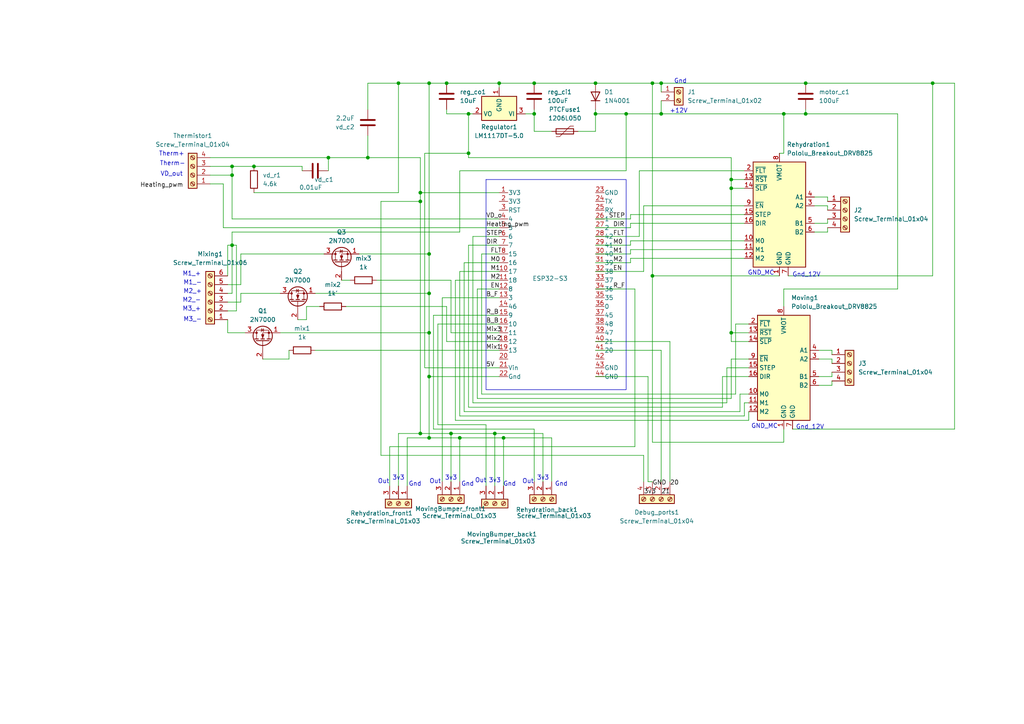
<source format=kicad_sch>
(kicad_sch (version 20250114) (generator "eeschema") (generator_version "9.0")
  (paper "A4")
  (lib_symbols
    (symbol "Connector:Screw_Terminal_01x02" (pin_names (offset 1.016) (hide yes))
      (property "Reference" "J" (at 0 2.54 0))
      (property "Value" "Screw_Terminal_01x02" (at 0 -5.08 0))
      (symbol "Screw_Terminal_01x02_1_1"
        (rectangle (start -1.27 1.27) (end 1.27 -3.81) (stroke (width 0.254)) (fill (type background)))
        (polyline (pts (xy -0.5334 0.3302) (xy 0.3302 -0.508)) (stroke (width 0.1524)))
        (polyline (pts (xy -0.5334 -2.2098) (xy 0.3302 -3.048)) (stroke (width 0.1524)))
        (polyline (pts (xy -0.3556 0.508) (xy 0.508 -0.3302)) (stroke (width 0.1524)))
        (polyline (pts (xy -0.3556 -2.032) (xy 0.508 -2.8702)) (stroke (width 0.1524)))
        (circle (center 0 0) (radius 0.635) (stroke (width 0.1524)))
        (circle (center 0 -2.54) (radius 0.635) (stroke (width 0.1524)))
        (pin passive line (at -5.08 0 0) (length 3.81) (name "Pin_1") (number "1"))
        (pin passive line (at -5.08 -2.54 0) (length 3.81) (name "Pin_2") (number "2"))
      )
    )
    (symbol "Connector:Screw_Terminal_01x03" (pin_names (offset 1.016) (hide yes))
      (property "Reference" "J" (at 0 5.08 0))
      (property "Value" "Screw_Terminal_01x03" (at 0 -5.08 0))
      (symbol "Screw_Terminal_01x03_1_1"
        (rectangle (start -1.27 3.81) (end 1.27 -3.81) (stroke (width 0.254)) (fill (type background)))
        (polyline (pts (xy -0.5334 2.8702) (xy 0.3302 2.032)) (stroke (width 0.1524)))
        (polyline (pts (xy -0.5334 0.3302) (xy 0.3302 -0.508)) (stroke (width 0.1524)))
        (polyline (pts (xy -0.5334 -2.2098) (xy 0.3302 -3.048)) (stroke (width 0.1524)))
        (polyline (pts (xy -0.3556 3.048) (xy 0.508 2.2098)) (stroke (width 0.1524)))
        (polyline (pts (xy -0.3556 0.508) (xy 0.508 -0.3302)) (stroke (width 0.1524)))
        (polyline (pts (xy -0.3556 -2.032) (xy 0.508 -2.8702)) (stroke (width 0.1524)))
        (circle (center 0 2.54) (radius 0.635) (stroke (width 0.1524)))
        (circle (center 0 0) (radius 0.635) (stroke (width 0.1524)))
        (circle (center 0 -2.54) (radius 0.635) (stroke (width 0.1524)))
        (pin passive line (at -5.08 2.54 0) (length 3.81) (name "Pin_1") (number "1"))
        (pin passive line (at -5.08 0 0) (length 3.81) (name "Pin_2") (number "2"))
        (pin passive line (at -5.08 -2.54 0) (length 3.81) (name "Pin_3") (number "3"))
      )
    )
    (symbol "Connector:Screw_Terminal_01x04" (pin_names (offset 1.016) (hide yes))
      (property "Reference" "J" (at 0 5.08 0))
      (property "Value" "Screw_Terminal_01x04" (at 0 -7.62 0))
      (symbol "Screw_Terminal_01x04_1_1"
        (rectangle (start -1.27 3.81) (end 1.27 -6.35) (stroke (width 0.254)) (fill (type background)))
        (polyline (pts (xy -0.5334 2.8702) (xy 0.3302 2.032)) (stroke (width 0.1524)))
        (polyline (pts (xy -0.5334 0.3302) (xy 0.3302 -0.508)) (stroke (width 0.1524)))
        (polyline (pts (xy -0.5334 -2.2098) (xy 0.3302 -3.048)) (stroke (width 0.1524)))
        (polyline (pts (xy -0.5334 -4.7498) (xy 0.3302 -5.588)) (stroke (width 0.1524)))
        (polyline (pts (xy -0.3556 3.048) (xy 0.508 2.2098)) (stroke (width 0.1524)))
        (polyline (pts (xy -0.3556 0.508) (xy 0.508 -0.3302)) (stroke (width 0.1524)))
        (polyline (pts (xy -0.3556 -2.032) (xy 0.508 -2.8702)) (stroke (width 0.1524)))
        (polyline (pts (xy -0.3556 -4.572) (xy 0.508 -5.4102)) (stroke (width 0.1524)))
        (circle (center 0 2.54) (radius 0.635) (stroke (width 0.1524)))
        (circle (center 0 0) (radius 0.635) (stroke (width 0.1524)))
        (circle (center 0 -2.54) (radius 0.635) (stroke (width 0.1524)))
        (circle (center 0 -5.08) (radius 0.635) (stroke (width 0.1524)))
        (pin passive line (at -5.08 2.54 0) (length 3.81) (name "Pin_1") (number "1"))
        (pin passive line (at -5.08 0 0) (length 3.81) (name "Pin_2") (number "2"))
        (pin passive line (at -5.08 -2.54 0) (length 3.81) (name "Pin_3") (number "3"))
        (pin passive line (at -5.08 -5.08 0) (length 3.81) (name "Pin_4") (number "4"))
      )
    )
    (symbol "Connector:Screw_Terminal_01x06" (pin_names (offset 1.016) (hide yes))
      (property "Reference" "J" (at 0 7.62 0))
      (property "Value" "Screw_Terminal_01x06" (at 0 -10.16 0))
      (symbol "Screw_Terminal_01x06_1_1"
        (rectangle (start -1.27 6.35) (end 1.27 -8.89) (stroke (width 0.254)) (fill (type background)))
        (polyline (pts (xy -0.5334 5.4102) (xy 0.3302 4.572)) (stroke (width 0.1524)))
        (polyline (pts (xy -0.5334 2.8702) (xy 0.3302 2.032)) (stroke (width 0.1524)))
        (polyline (pts (xy -0.5334 0.3302) (xy 0.3302 -0.508)) (stroke (width 0.1524)))
        (polyline (pts (xy -0.5334 -2.2098) (xy 0.3302 -3.048)) (stroke (width 0.1524)))
        (polyline (pts (xy -0.5334 -4.7498) (xy 0.3302 -5.588)) (stroke (width 0.1524)))
        (polyline (pts (xy -0.5334 -7.2898) (xy 0.3302 -8.128)) (stroke (width 0.1524)))
        (polyline (pts (xy -0.3556 5.588) (xy 0.508 4.7498)) (stroke (width 0.1524)))
        (polyline (pts (xy -0.3556 3.048) (xy 0.508 2.2098)) (stroke (width 0.1524)))
        (polyline (pts (xy -0.3556 0.508) (xy 0.508 -0.3302)) (stroke (width 0.1524)))
        (polyline (pts (xy -0.3556 -2.032) (xy 0.508 -2.8702)) (stroke (width 0.1524)))
        (polyline (pts (xy -0.3556 -4.572) (xy 0.508 -5.4102)) (stroke (width 0.1524)))
        (polyline (pts (xy -0.3556 -7.112) (xy 0.508 -7.9502)) (stroke (width 0.1524)))
        (circle (center 0 5.08) (radius 0.635) (stroke (width 0.1524)))
        (circle (center 0 2.54) (radius 0.635) (stroke (width 0.1524)))
        (circle (center 0 0) (radius 0.635) (stroke (width 0.1524)))
        (circle (center 0 -2.54) (radius 0.635) (stroke (width 0.1524)))
        (circle (center 0 -5.08) (radius 0.635) (stroke (width 0.1524)))
        (circle (center 0 -7.62) (radius 0.635) (stroke (width 0.1524)))
        (pin passive line (at -5.08 5.08 0) (length 3.81) (name "Pin_1") (number "1"))
        (pin passive line (at -5.08 2.54 0) (length 3.81) (name "Pin_2") (number "2"))
        (pin passive line (at -5.08 0 0) (length 3.81) (name "Pin_3") (number "3"))
        (pin passive line (at -5.08 -2.54 0) (length 3.81) (name "Pin_4") (number "4"))
        (pin passive line (at -5.08 -5.08 0) (length 3.81) (name "Pin_5") (number "5"))
        (pin passive line (at -5.08 -7.62 0) (length 3.81) (name "Pin_6") (number "6"))
      )
    )
    (symbol "Device:C" (pin_numbers (hide yes)) (pin_names (offset 0.254))
      (property "Reference" "C" (at 0.635 2.54 0))
      (property "Value" "C" (at 0.635 -2.54 0))
      (symbol "C_0_1"
        (polyline (pts (xy -2.032 0.762) (xy 2.032 0.762)) (stroke (width 0.508)))
        (polyline (pts (xy -2.032 -0.762) (xy 2.032 -0.762)) (stroke (width 0.508)))
      )
      (symbol "C_1_1"
        (pin passive line (at 0 3.81 270) (length 2.794) (name "~") (number "1"))
        (pin passive line (at 0 -3.81 90) (length 2.794) (name "~") (number "2"))
      )
    )
    (symbol "Device:Polyfuse" (pin_numbers (hide yes)) (pin_names (offset 0))
      (property "Reference" "F" (at -2.54 0 90))
      (property "Value" "Polyfuse" (at 2.54 0 90))
      (symbol "Polyfuse_0_1"
        (polyline (pts (xy -1.524 2.54) (xy -1.524 1.524) (xy 1.524 -1.524) (xy 1.524 -2.54)))
        (rectangle (start -0.762 2.54) (end 0.762 -2.54) (stroke (width 0.254)))
        (polyline (pts (xy 0 2.54) (xy 0 -2.54)))
      )
      (symbol "Polyfuse_1_1"
        (pin passive line (at 0 3.81 270) (length 1.27) (name "~") (number "1"))
        (pin passive line (at 0 -3.81 90) (length 1.27) (name "~") (number "2"))
      )
    )
    (symbol "Device:R" (pin_numbers (hide yes)) (pin_names (offset 0))
      (property "Reference" "R" (at 2.032 0 90))
      (property "Value" "R" (at 0 0 90))
      (symbol "R_0_1"
        (rectangle (start -1.016 -2.54) (end 1.016 2.54) (stroke (width 0.254)))
      )
      (symbol "R_1_1"
        (pin passive line (at 0 3.81 270) (length 1.27) (name "~") (number "1"))
        (pin passive line (at 0 -3.81 90) (length 1.27) (name "~") (number "2"))
      )
    )
    (symbol "Diode:1N4001" (pin_numbers (hide yes)) (pin_names (hide yes))
      (property "Reference" "D" (at 0 2.54 0))
      (property "Value" "1N4001" (at 0 -2.54 0))
      (symbol "1N4001_0_1"
        (polyline (pts (xy -1.27 1.27) (xy -1.27 -1.27)) (stroke (width 0.254)))
        (polyline (pts (xy 1.27 1.27) (xy 1.27 -1.27) (xy -1.27 0) (xy 1.27 1.27)) (stroke (width 0.254)))
        (polyline (pts (xy 1.27 0) (xy -1.27 0)))
      )
      (symbol "1N4001_1_1"
        (pin passive line (at -3.81 0 0) (length 2.54) (name "K") (number "1"))
        (pin passive line (at 3.81 0 180) (length 2.54) (name "A") (number "2"))
      )
    )
    (symbol "Driver_Motor:Pololu_Breakout_DRV8825"
      (property "Reference" "A" (at -2.54 16.51 0))
      (property "Value" "Pololu_Breakout_DRV8825" (at -2.54 13.97 0))
      (symbol "Pololu_Breakout_DRV8825_0_1"
        (rectangle (start 7.62 -17.78) (end -7.62 12.7) (stroke (width 0.254)) (fill (type background)))
      )
      (symbol "Pololu_Breakout_DRV8825_1_1"
        (pin output line (at -10.16 10.16 0) (length 2.54) (name "~{FLT}") (number "2"))
        (pin input line (at -10.16 7.62 0) (length 2.54) (name "~{RST}") (number "13"))
        (pin input line (at -10.16 5.08 0) (length 2.54) (name "~{SLP}") (number "14"))
        (pin input line (at -10.16 0 0) (length 2.54) (name "~{EN}") (number "9"))
        (pin input line (at -10.16 -2.54 0) (length 2.54) (name "STEP") (number "15"))
        (pin input line (at -10.16 -5.08 0) (length 2.54) (name "DIR") (number "16"))
        (pin input line (at -10.16 -10.16 0) (length 2.54) (name "M0") (number "10"))
        (pin input line (at -10.16 -12.7 0) (length 2.54) (name "M1") (number "11"))
        (pin input line (at -10.16 -15.24 0) (length 2.54) (name "M2") (number "12"))
        (pin power_in line (at 0 15.24 270) (length 2.54) (name "VMOT") (number "8"))
        (pin power_in line (at 0 -20.32 90) (length 2.54) (name "GND") (number "1"))
        (pin power_in line (at 2.54 -20.32 90) (length 2.54) (name "GND") (number "7"))
        (pin output line (at 10.16 2.54 180) (length 2.54) (name "A1") (number "4"))
        (pin output line (at 10.16 0 180) (length 2.54) (name "A2") (number "3"))
        (pin output line (at 10.16 -5.08 180) (length 2.54) (name "B1") (number "5"))
        (pin output line (at 10.16 -7.62 180) (length 2.54) (name "B2") (number "6"))
      )
    )
    (symbol "Regulator_Linear:LM1117DT-5.0"
      (property "Reference" "U" (at -3.81 3.175 0))
      (property "Value" "LM1117DT-5.0" (at 0 3.175 0))
      (symbol "LM1117DT-5.0_0_1"
        (rectangle (start -5.08 -5.08) (end 5.08 1.905) (stroke (width 0.254)) (fill (type background)))
      )
      (symbol "LM1117DT-5.0_1_1"
        (pin power_in line (at -7.62 0 0) (length 2.54) (name "VI") (number "3"))
        (pin power_in line (at 0 -7.62 90) (length 2.54) (name "GND") (number "1"))
        (pin power_out line (at 7.62 0 180) (length 2.54) (name "VO") (number "2"))
      )
    )
    (symbol "Transistor_FET:2N7000" (pin_names (hide yes))
      (property "Reference" "Q" (at 5.08 1.905 0))
      (property "Value" "2N7000" (at 5.08 0 0))
      (symbol "2N7000_0_1"
        (polyline (pts (xy 0.254 1.905) (xy 0.254 -1.905)) (stroke (width 0.254)))
        (polyline (pts (xy 0.254 0) (xy -2.54 0)))
        (polyline (pts (xy 0.762 2.286) (xy 0.762 1.27)) (stroke (width 0.254)))
        (polyline (pts (xy 0.762 0.508) (xy 0.762 -0.508)) (stroke (width 0.254)))
        (polyline (pts (xy 0.762 -1.27) (xy 0.762 -2.286)) (stroke (width 0.254)))
        (polyline (pts (xy 0.762 -1.778) (xy 3.302 -1.778) (xy 3.302 1.778) (xy 0.762 1.778)))
        (polyline (pts (xy 1.016 0) (xy 2.032 0.381) (xy 2.032 -0.381) (xy 1.016 0)) (fill (type outline)))
        (circle (center 1.651 0) (radius 2.794) (stroke (width 0.254)))
        (polyline (pts (xy 2.54 2.54) (xy 2.54 1.778)))
        (circle (center 2.54 1.778) (radius 0.254) (fill (type outline)))
        (circle (center 2.54 -1.778) (radius 0.254) (fill (type outline)))
        (polyline (pts (xy 2.54 -2.54) (xy 2.54 0) (xy 0.762 0)))
        (polyline (pts (xy 2.794 0.508) (xy 2.921 0.381) (xy 3.683 0.381) (xy 3.81 0.254)))
        (polyline (pts (xy 3.302 0.381) (xy 2.921 -0.254) (xy 3.683 -0.254) (xy 3.302 0.381)))
      )
      (symbol "2N7000_1_1"
        (pin input line (at -5.08 0 0) (length 2.54) (name "G") (number "2"))
        (pin passive line (at 2.54 5.08 270) (length 2.54) (name "D") (number "3"))
        (pin passive line (at 2.54 -5.08 90) (length 2.54) (name "S") (number "1"))
      )
    )
    (symbol "symbol_libraru:ESP32-S3_DevKitC_dual_header" (pin_names (offset 0.0645))
      (property "Reference" "U" (at 0 0 0))
      (symbol "ESP32-S3_DevKitC_dual_header_1_0"
        (pin bidirectional line (at 0 -5.08 0) (length 2.54) (name "RST") (number "3"))
        (pin bidirectional line (at 0 -7.62 0) (length 2.54) (name "4") (number "4"))
        (pin bidirectional line (at 0 -10.16 0) (length 2.54) (name "5") (number "5"))
        (pin bidirectional line (at 0 -12.7 0) (length 2.54) (name "6") (number "6"))
        (pin bidirectional line (at 0 -15.24 0) (length 2.54) (name "7") (number "7"))
        (pin bidirectional line (at 0 -17.78 0) (length 2.54) (name "15") (number "8"))
        (pin bidirectional line (at 0 -20.32 0) (length 2.54) (name "16") (number "9"))
        (pin bidirectional line (at 0 -22.86 0) (length 2.54) (name "17") (number "10"))
        (pin bidirectional line (at 0 -25.4 0) (length 2.54) (name "18") (number "11"))
        (pin bidirectional line (at 0 -27.94 0) (length 2.54) (name "8") (number "12"))
        (pin bidirectional line (at 0 -30.48 0) (length 2.54) (name "3") (number "13"))
        (pin bidirectional line (at 0 -33.02 0) (length 2.54) (name "46") (number "14"))
        (pin bidirectional line (at 0 -35.56 0) (length 2.54) (name "9") (number "15"))
        (pin bidirectional line (at 0 -38.1 0) (length 2.54) (name "10") (number "16"))
        (pin bidirectional line (at 0 -40.64 0) (length 2.54) (name "11") (number "17"))
        (pin bidirectional line (at 0 -43.18 0) (length 2.54) (name "12") (number "18"))
        (pin bidirectional line (at 0 -45.72 0) (length 2.54) (name "13") (number "19"))
        (pin bidirectional line (at 0 -48.26 0) (length 2.54) (name "") (number "20"))
        (pin bidirectional line (at 0 -50.8 0) (length 2.54) (name "Vin") (number "21"))
        (pin bidirectional line (at 0 -53.34 0) (length 2.54) (name "Gnd") (number "22"))
        (pin bidirectional line (at 27.94 0 0) (length 2.54) (name "GND") (number "23"))
        (pin bidirectional line (at 27.94 -2.54 0) (length 2.54) (name "TX") (number "24"))
        (pin bidirectional line (at 27.94 -5.08 0) (length 2.54) (name "RX") (number "25"))
        (pin bidirectional line (at 27.94 -7.62 0) (length 2.54) (name "1") (number "26"))
        (pin bidirectional line (at 27.94 -10.16 0) (length 2.54) (name "2") (number "27"))
        (pin bidirectional line (at 27.94 -12.7 0) (length 2.54) (name "42") (number "28"))
        (pin bidirectional line (at 27.94 -15.24 0) (length 2.54) (name "41") (number "29"))
        (pin bidirectional line (at 27.94 -17.78 0) (length 2.54) (name "40") (number "30"))
        (pin bidirectional line (at 27.94 -20.32 0) (length 2.54) (name "39") (number "31"))
        (pin bidirectional line (at 27.94 -22.86 0) (length 2.54) (name "38") (number "32"))
        (pin bidirectional line (at 27.94 -25.4 0) (length 2.54) (name "37") (number "33"))
        (pin bidirectional line (at 27.94 -27.94 0) (length 2.54) (name "36") (number "34"))
        (pin bidirectional line (at 27.94 -30.48 0) (length 2.54) (name "35") (number "35"))
        (pin bidirectional line (at 27.94 -33.02 0) (length 2.54) (name "0") (number "36"))
        (pin bidirectional line (at 27.94 -35.56 0) (length 2.54) (name "45") (number "37"))
        (pin bidirectional line (at 27.94 -38.1 0) (length 2.54) (name "48") (number "38"))
        (pin bidirectional line (at 27.94 -40.64 0) (length 2.54) (name "47") (number "39"))
        (pin bidirectional line (at 27.94 -43.18 0) (length 2.54) (name "21") (number "40"))
        (pin bidirectional line (at 27.94 -45.72 0) (length 2.54) (name "20") (number "41"))
        (pin bidirectional line (at 27.94 -48.26 0) (length 2.54) (name "") (number "42"))
        (pin bidirectional line (at 27.94 -50.8 0) (length 2.54) (name "GND") (number "43"))
        (pin bidirectional line (at 27.94 -53.34 0) (length 2.54) (name "GND") (number "44"))
      )
      (symbol "ESP32-S3_DevKitC_dual_header_1_1"
        (pin bidirectional line (at 0 0 0) (length 2.54) (name "3V3") (number "1"))
        (pin bidirectional line (at 0 -2.54 0) (length 2.54) (name "3V3") (number "2"))
      )
    )
  )
  (rectangle (start 140.97 52.07) (end 140.97 52.07))
  (rectangle (start 140.97 52.07) (end 181.61 113.03))
  (text "Out" (at 139.446 139.446 0) (effects (font (size 1.27 1.27))))
  (text "3v3" (at 115.57 138.684 0) (effects (font (size 1.27 1.27))))
  (text "M2_-" (at 55.626 87.122 0) (effects (font (size 1.27 1.27))))
  (text "Gnd_12V" (at 233.934 79.756 0) (effects (font (size 1.27 1.27))))
  (text "Gnd" (at 147.828 140.462 0) (effects (font (size 1.27 1.27))))
  (text "Gnd" (at 120.396 140.462 0) (effects (font (size 1.27 1.27))))
  (text "Therm-" (at 50.038 47.498 0) (effects (font (size 1.27 1.27))))
  (text "Out" (at 111.252 139.7 0) (effects (font (size 1.27 1.27))))
  (text "+12V" (at 196.85 32.258 0) (effects (font (size 1.27 1.27))))
  (text "GND_MC" (at 221.742 123.698 0) (effects (font (size 1.27 1.27))))
  (text "M1_+" (at 55.626 79.502 0) (effects (font (size 1.27 1.27))))
  (text "GND_MC" (at 220.726 79.248 0) (effects (font (size 1.27 1.27))))
  (text "3v3" (at 157.48 138.684 0) (effects (font (size 1.27 1.27))))
  (text "Out" (at 153.162 139.7 0) (effects (font (size 1.27 1.27))))
  (text "Gnd" (at 197.358 23.622 0) (effects (font (size 1.27 1.27))))
  (text "M2_+" (at 55.88 84.582 0) (effects (font (size 1.27 1.27))))
  (text "M1_-" (at 55.88 82.042 0) (effects (font (size 1.27 1.27))))
  (text "Out" (at 126.238 139.7 0) (effects (font (size 1.27 1.27))))
  (text "M3_-" (at 55.88 92.71 0) (effects (font (size 1.27 1.27))))
  (text "3v3" (at 143.51 139.446 0) (effects (font (size 1.27 1.27))))
  (text "M3_+" (at 55.626 89.662 0) (effects (font (size 1.27 1.27))))
  (text "Gnd" (at 162.814 140.462 0) (effects (font (size 1.27 1.27))))
  (text "Therm+" (at 49.784 44.704 0) (effects (font (size 1.27 1.27))))
  (text "Gnd" (at 135.636 140.462 0) (effects (font (size 1.27 1.27))))
  (text "Gnd_12V" (at 234.95 123.952 0) (effects (font (size 1.27 1.27))))
  (text "VD_out" (at 49.784 50.546 0) (effects (font (size 1.27 1.27))))
  (text "3v3" (at 130.81 138.684 0) (effects (font (size 1.27 1.27))))
  (junction (at 146.05 127))
  (junction (at 135.89 44.45))
  (junction (at 129.54 24.13))
  (junction (at 124.46 85.09))
  (junction (at 67.31 71.12))
  (junction (at 67.31 48.26))
  (junction (at 133.35 127))
  (junction (at 124.46 127))
  (junction (at 124.46 24.13))
  (junction (at 172.72 24.13))
  (junction (at 154.94 33.02))
  (junction (at 154.94 24.13))
  (junction (at 181.61 33.02))
  (junction (at 67.31 50.8))
  (junction (at 189.23 24.13))
  (junction (at 73.66 48.26))
  (junction (at 115.57 24.13))
  (junction (at 121.92 58.42))
  (junction (at 124.46 109.22))
  (junction (at 233.68 24.13))
  (junction (at 212.09 52.07))
  (junction (at 191.77 33.02))
  (junction (at 233.68 33.02))
  (junction (at 130.81 125.73))
  (junction (at 172.72 33.02))
  (junction (at 191.77 24.13))
  (junction (at 143.51 125.73))
  (junction (at 95.25 45.72))
  (junction (at 270.51 24.13))
  (junction (at 121.92 125.73))
  (junction (at 121.92 55.88))
  (junction (at 124.46 73.66))
  (junction (at 189.23 80.01))
  (junction (at 106.68 45.72))
  (junction (at 135.89 33.02))
  (junction (at 212.09 96.52))
  (junction (at 212.09 54.61))
  (junction (at 227.33 33.02))
  (junction (at 144.78 24.13))
  (junction (at 124.46 96.52))
  (wire (pts (xy 172.72 66.04) (xy 182.88 66.04)))
  (wire (pts (xy 115.57 140.97) (xy 115.57 125.73)))
  (wire (pts (xy 73.66 48.26) (xy 87.63 48.26)))
  (wire (pts (xy 125.73 124.46) (xy 125.73 91.44)))
  (wire (pts (xy 217.17 104.14) (xy 212.09 104.14)))
  (wire (pts (xy 64.77 53.34) (xy 64.77 66.04)))
  (wire (pts (xy 123.19 106.68) (xy 123.19 44.45)))
  (wire (pts (xy 67.31 67.31) (xy 133.35 67.31)))
  (wire (pts (xy 129.54 24.13) (xy 144.78 24.13)))
  (wire (pts (xy 146.05 127) (xy 160.02 127)))
  (wire (pts (xy 67.31 71.12) (xy 67.31 67.31)))
  (wire (pts (xy 124.46 127) (xy 124.46 109.22)))
  (wire (pts (xy 154.94 139.7) (xy 154.94 124.46)))
  (wire (pts (xy 215.9 116.84) (xy 215.9 120.65)))
  (wire (pts (xy 240.03 57.15) (xy 240.03 58.42)))
  (wire (pts (xy 60.96 53.34) (xy 64.77 53.34)))
  (wire (pts (xy 209.55 109.22) (xy 209.55 118.11)))
  (wire (pts (xy 210.82 116.84) (xy 137.16 116.84)))
  (wire (pts (xy 229.87 124.46) (xy 276.86 124.46)))
  (wire (pts (xy 215.9 59.69) (xy 186.69 59.69)))
  (wire (pts (xy 270.51 24.13) (xy 270.51 80.01)))
  (wire (pts (xy 129.54 88.9) (xy 129.54 99.06)))
  (wire (pts (xy 129.54 33.02) (xy 135.89 33.02)))
  (wire (pts (xy 143.51 140.97) (xy 143.51 125.73)))
  (wire (pts (xy 184.15 83.82) (xy 184.15 129.54)))
  (wire (pts (xy 182.88 72.39) (xy 182.88 73.66)))
  (wire (pts (xy 130.81 81.28) (xy 130.81 96.52)))
  (wire (pts (xy 113.03 140.97) (xy 113.03 129.54)))
  (wire (pts (xy 172.72 24.13) (xy 189.23 24.13)))
  (wire (pts (xy 217.17 121.92) (xy 132.08 121.92)))
  (wire (pts (xy 241.3 111.76) (xy 241.3 110.49)))
  (wire (pts (xy 69.85 85.09) (xy 69.85 87.63)))
  (wire (pts (xy 139.7 73.66) (xy 139.7 114.3)))
  (wire (pts (xy 91.44 101.6) (xy 144.78 101.6)))
  (wire (pts (xy 144.78 63.5) (xy 67.31 63.5)))
  (wire (pts (xy 143.51 125.73) (xy 130.81 125.73)))
  (wire (pts (xy 217.17 116.84) (xy 215.9 116.84)))
  (wire (pts (xy 83.82 104.14) (xy 83.82 101.6)))
  (wire (pts (xy 215.9 54.61) (xy 212.09 54.61)))
  (wire (pts (xy 100.33 88.9) (xy 129.54 88.9)))
  (wire (pts (xy 67.31 48.26) (xy 67.31 50.8)))
  (wire (pts (xy 109.22 81.28) (xy 130.81 81.28)))
  (wire (pts (xy 186.69 132.08) (xy 110.49 132.08)))
  (wire (pts (xy 227.33 33.02) (xy 191.77 33.02)))
  (wire (pts (xy 241.3 101.6) (xy 241.3 102.87)))
  (wire (pts (xy 215.9 52.07) (xy 212.09 52.07)))
  (wire (pts (xy 214.63 119.38) (xy 134.62 119.38)))
  (wire (pts (xy 182.88 64.77) (xy 182.88 66.04)))
  (wire (pts (xy 115.57 125.73) (xy 121.92 125.73)))
  (wire (pts (xy 64.77 66.04) (xy 144.78 66.04)))
  (wire (pts (xy 215.9 49.53) (xy 185.42 49.53)))
  (wire (pts (xy 133.35 139.7) (xy 133.35 127)))
  (wire (pts (xy 135.89 118.11) (xy 135.89 71.12)))
  (wire (pts (xy 60.96 48.26) (xy 67.31 48.26)))
  (wire (pts (xy 133.35 49.53) (xy 181.61 49.53)))
  (wire (pts (xy 67.31 48.26) (xy 73.66 48.26)))
  (wire (pts (xy 241.3 104.14) (xy 241.3 105.41)))
  (wire (pts (xy 81.28 96.52) (xy 124.46 96.52)))
  (wire (pts (xy 137.16 116.84) (xy 137.16 68.58)))
  (wire (pts (xy 217.17 99.06) (xy 212.09 99.06)))
  (wire (pts (xy 106.68 39.37) (xy 106.68 45.72)))
  (wire (pts (xy 182.88 69.85) (xy 182.88 71.12)))
  (wire (pts (xy 185.42 49.53) (xy 185.42 68.58)))
  (wire (pts (xy 191.77 101.6) (xy 191.77 139.7)))
  (wire (pts (xy 172.72 71.12) (xy 182.88 71.12)))
  (wire (pts (xy 69.85 82.55) (xy 69.85 73.66)))
  (wire (pts (xy 215.9 72.39) (xy 182.88 72.39)))
  (wire (pts (xy 132.08 81.28) (xy 144.78 81.28)))
  (wire (pts (xy 140.97 140.97) (xy 140.97 123.19)))
  (wire (pts (xy 167.64 38.1) (xy 172.72 38.1)))
  (wire (pts (xy 66.04 85.09) (xy 67.31 85.09)))
  (wire (pts (xy 236.22 67.31) (xy 240.03 67.31)))
  (wire (pts (xy 182.88 74.93) (xy 182.88 76.2)))
  (wire (pts (xy 128.27 86.36) (xy 128.27 139.7)))
  (wire (pts (xy 186.69 139.7) (xy 186.69 132.08)))
  (wire (pts (xy 139.7 73.66) (xy 144.78 73.66)))
  (wire (pts (xy 154.94 24.13) (xy 172.72 24.13)))
  (wire (pts (xy 66.04 71.12) (xy 66.04 80.01)))
  (wire (pts (xy 157.48 125.73) (xy 143.51 125.73)))
  (wire (pts (xy 110.49 132.08) (xy 110.49 58.42)))
  (wire (pts (xy 154.94 124.46) (xy 125.73 124.46)))
  (wire (pts (xy 127 93.98) (xy 144.78 93.98)))
  (wire (pts (xy 189.23 80.01) (xy 189.23 128.27)))
  (wire (pts (xy 130.81 139.7) (xy 130.81 125.73)))
  (wire (pts (xy 129.54 31.75) (xy 129.54 33.02)))
  (wire (pts (xy 124.46 85.09) (xy 124.46 96.52)))
  (wire (pts (xy 115.57 55.88) (xy 115.57 24.13)))
  (wire (pts (xy 124.46 24.13) (xy 124.46 73.66)))
  (wire (pts (xy 130.81 125.73) (xy 121.92 125.73)))
  (wire (pts (xy 227.33 128.27) (xy 189.23 128.27)))
  (wire (pts (xy 123.19 44.45) (xy 135.89 44.45)))
  (wire (pts (xy 226.06 80.01) (xy 189.23 80.01)))
  (wire (pts (xy 60.96 50.8) (xy 67.31 50.8)))
  (wire (pts (xy 121.92 45.72) (xy 121.92 55.88)))
  (wire (pts (xy 212.09 96.52) (xy 212.09 99.06)))
  (wire (pts (xy 212.09 115.57) (xy 138.43 115.57)))
  (wire (pts (xy 172.72 38.1) (xy 172.72 33.02)))
  (wire (pts (xy 138.43 83.82) (xy 144.78 83.82)))
  (wire (pts (xy 88.9 88.9) (xy 88.9 92.71)))
  (wire (pts (xy 212.09 54.61) (xy 212.09 96.52)))
  (wire (pts (xy 92.71 88.9) (xy 88.9 88.9)))
  (wire (pts (xy 99.06 81.28) (xy 101.6 81.28)))
  (wire (pts (xy 66.04 90.17) (xy 68.58 90.17)))
  (wire (pts (xy 66.04 82.55) (xy 69.85 82.55)))
  (wire (pts (xy 60.96 45.72) (xy 95.25 45.72)))
  (wire (pts (xy 210.82 106.68) (xy 210.82 116.84)))
  (wire (pts (xy 146.05 140.97) (xy 146.05 127)))
  (wire (pts (xy 124.46 109.22) (xy 144.78 109.22)))
  (wire (pts (xy 172.72 33.02) (xy 181.61 33.02)))
  (wire (pts (xy 237.49 101.6) (xy 241.3 101.6)))
  (wire (pts (xy 81.28 85.09) (xy 69.85 85.09)))
  (wire (pts (xy 227.33 83.82) (xy 260.35 83.82)))
  (wire (pts (xy 212.09 45.72) (xy 212.09 52.07)))
  (wire (pts (xy 189.23 24.13) (xy 189.23 80.01)))
  (wire (pts (xy 66.04 92.71) (xy 66.04 96.52)))
  (wire (pts (xy 67.31 85.09) (xy 67.31 71.12)))
  (wire (pts (xy 213.36 93.98) (xy 217.17 93.98)))
  (wire (pts (xy 217.17 114.3) (xy 214.63 114.3)))
  (wire (pts (xy 132.08 81.28) (xy 132.08 121.92)))
  (wire (pts (xy 237.49 111.76) (xy 241.3 111.76)))
  (wire (pts (xy 135.89 44.45) (xy 135.89 45.72)))
  (wire (pts (xy 69.85 87.63) (xy 66.04 87.63)))
  (wire (pts (xy 121.92 55.88) (xy 144.78 55.88)))
  (wire (pts (xy 182.88 64.77) (xy 215.9 64.77)))
  (wire (pts (xy 115.57 24.13) (xy 124.46 24.13)))
  (wire (pts (xy 137.16 68.58) (xy 144.78 68.58)))
  (wire (pts (xy 187.96 109.22) (xy 187.96 139.7)))
  (wire (pts (xy 182.88 62.23) (xy 182.88 63.5)))
  (wire (pts (xy 127 123.19) (xy 140.97 123.19)))
  (wire (pts (xy 172.72 68.58) (xy 185.42 68.58)))
  (wire (pts (xy 95.25 45.72) (xy 106.68 45.72)))
  (wire (pts (xy 227.33 33.02) (xy 227.33 44.45)))
  (wire (pts (xy 144.78 25.4) (xy 144.78 24.13)))
  (wire (pts (xy 68.58 71.12) (xy 68.58 90.17)))
  (wire (pts (xy 189.23 24.13) (xy 191.77 24.13)))
  (wire (pts (xy 128.27 86.36) (xy 144.78 86.36)))
  (wire (pts (xy 118.11 127) (xy 124.46 127)))
  (wire (pts (xy 87.63 48.26) (xy 87.63 49.53)))
  (wire (pts (xy 276.86 124.46) (xy 276.86 24.13)))
  (wire (pts (xy 172.72 31.75) (xy 172.72 33.02)))
  (wire (pts (xy 106.68 45.72) (xy 121.92 45.72)))
  (wire (pts (xy 95.25 45.72) (xy 95.25 49.53)))
  (wire (pts (xy 88.9 92.71) (xy 86.36 92.71)))
  (wire (pts (xy 270.51 24.13) (xy 276.86 24.13)))
  (wire (pts (xy 214.63 114.3) (xy 214.63 119.38)))
  (wire (pts (xy 172.72 73.66) (xy 182.88 73.66)))
  (wire (pts (xy 106.68 24.13) (xy 115.57 24.13)))
  (wire (pts (xy 227.33 88.9) (xy 227.33 83.82)))
  (wire (pts (xy 187.96 139.7) (xy 189.23 139.7)))
  (wire (pts (xy 133.35 78.74) (xy 144.78 78.74)))
  (wire (pts (xy 191.77 33.02) (xy 191.77 29.21)))
  (wire (pts (xy 260.35 83.82) (xy 260.35 33.02)))
  (wire (pts (xy 215.9 69.85) (xy 182.88 69.85)))
  (wire (pts (xy 135.89 118.11) (xy 209.55 118.11)))
  (wire (pts (xy 124.46 96.52) (xy 124.46 109.22)))
  (wire (pts (xy 139.7 114.3) (xy 213.36 114.3)))
  (wire (pts (xy 135.89 33.02) (xy 135.89 44.45)))
  (wire (pts (xy 121.92 58.42) (xy 121.92 125.73)))
  (wire (pts (xy 215.9 120.65) (xy 133.35 120.65)))
  (wire (pts (xy 213.36 114.3) (xy 213.36 93.98)))
  (wire (pts (xy 186.69 59.69) (xy 186.69 78.74)))
  (wire (pts (xy 154.94 31.75) (xy 154.94 33.02)))
  (wire (pts (xy 127 123.19) (xy 127 93.98)))
  (wire (pts (xy 217.17 109.22) (xy 209.55 109.22)))
  (wire (pts (xy 215.9 62.23) (xy 182.88 62.23)))
  (wire (pts (xy 172.72 101.6) (xy 191.77 101.6)))
  (wire (pts (xy 67.31 71.12) (xy 68.58 71.12)))
  (wire (pts (xy 191.77 24.13) (xy 191.77 26.67)))
  (wire (pts (xy 66.04 71.12) (xy 67.31 71.12)))
  (wire (pts (xy 135.89 33.02) (xy 137.16 33.02)))
  (wire (pts (xy 240.03 64.77) (xy 240.03 63.5)))
  (wire (pts (xy 236.22 59.69) (xy 240.03 59.69)))
  (wire (pts (xy 121.92 55.88) (xy 121.92 58.42)))
  (wire (pts (xy 212.09 52.07) (xy 212.09 54.61)))
  (wire (pts (xy 133.35 127) (xy 146.05 127)))
  (wire (pts (xy 104.14 73.66) (xy 124.46 73.66)))
  (wire (pts (xy 76.2 104.14) (xy 83.82 104.14)))
  (wire (pts (xy 172.72 63.5) (xy 182.88 63.5)))
  (wire (pts (xy 240.03 59.69) (xy 240.03 60.96)))
  (wire (pts (xy 217.17 119.38) (xy 217.17 121.92)))
  (wire (pts (xy 129.54 99.06) (xy 144.78 99.06)))
  (wire (pts (xy 240.03 67.31) (xy 240.03 66.04)))
  (wire (pts (xy 191.77 24.13) (xy 233.68 24.13)))
  (wire (pts (xy 227.33 124.46) (xy 227.33 128.27)))
  (wire (pts (xy 172.72 78.74) (xy 186.69 78.74)))
  (wire (pts (xy 118.11 140.97) (xy 118.11 127)))
  (wire (pts (xy 134.62 76.2) (xy 144.78 76.2)))
  (wire (pts (xy 154.94 38.1) (xy 160.02 38.1)))
  (wire (pts (xy 73.66 55.88) (xy 115.57 55.88)))
  (wire (pts (xy 67.31 63.5) (xy 67.31 50.8)))
  (wire (pts (xy 233.68 31.75) (xy 233.68 33.02)))
  (wire (pts (xy 181.61 33.02) (xy 191.77 33.02)))
  (wire (pts (xy 260.35 33.02) (xy 233.68 33.02)))
  (wire (pts (xy 236.22 57.15) (xy 240.03 57.15)))
  (wire (pts (xy 184.15 83.82) (xy 172.72 83.82)))
  (wire (pts (xy 123.19 106.68) (xy 144.78 106.68)))
  (wire (pts (xy 124.46 24.13) (xy 129.54 24.13)))
  (wire (pts (xy 236.22 64.77) (xy 240.03 64.77)))
  (wire (pts (xy 227.33 44.45) (xy 226.06 44.45)))
  (wire (pts (xy 217.17 106.68) (xy 210.82 106.68)))
  (wire (pts (xy 237.49 109.22) (xy 241.3 109.22)))
  (wire (pts (xy 135.89 71.12) (xy 144.78 71.12)))
  (wire (pts (xy 91.44 85.09) (xy 124.46 85.09)))
  (wire (pts (xy 144.78 24.13) (xy 154.94 24.13)))
  (wire (pts (xy 181.61 49.53) (xy 181.61 33.02)))
  (wire (pts (xy 233.68 24.13) (xy 270.51 24.13)))
  (wire (pts (xy 110.49 58.42) (xy 121.92 58.42)))
  (wire (pts (xy 138.43 115.57) (xy 138.43 83.82)))
  (wire (pts (xy 217.17 96.52) (xy 212.09 96.52)))
  (wire (pts (xy 154.94 38.1) (xy 154.94 33.02)))
  (wire (pts (xy 69.85 73.66) (xy 93.98 73.66)))
  (wire (pts (xy 106.68 31.75) (xy 106.68 24.13)))
  (wire (pts (xy 124.46 73.66) (xy 124.46 85.09)))
  (wire (pts (xy 113.03 129.54) (xy 184.15 129.54)))
  (wire (pts (xy 135.89 45.72) (xy 212.09 45.72)))
  (wire (pts (xy 172.72 76.2) (xy 182.88 76.2)))
  (wire (pts (xy 133.35 78.74) (xy 133.35 120.65)))
  (wire (pts (xy 194.31 99.06) (xy 194.31 139.7)))
  (wire (pts (xy 241.3 109.22) (xy 241.3 107.95)))
  (wire (pts (xy 71.12 96.52) (xy 66.04 96.52)))
  (wire (pts (xy 172.72 99.06) (xy 194.31 99.06)))
  (wire (pts (xy 233.68 33.02) (xy 227.33 33.02)))
  (wire (pts (xy 125.73 91.44) (xy 144.78 91.44)))
  (wire (pts (xy 215.9 74.93) (xy 182.88 74.93)))
  (wire (pts (xy 160.02 139.7) (xy 160.02 127)))
  (wire (pts (xy 172.72 109.22) (xy 187.96 109.22)))
  (wire (pts (xy 130.81 96.52) (xy 144.78 96.52)))
  (wire (pts (xy 134.62 76.2) (xy 134.62 119.38)))
  (wire (pts (xy 212.09 104.14) (xy 212.09 115.57)))
  (wire (pts (xy 124.46 127) (xy 133.35 127)))
  (wire (pts (xy 228.6 80.01) (xy 270.51 80.01)))
  (wire (pts (xy 237.49 104.14) (xy 241.3 104.14)))
  (wire (pts (xy 152.4 33.02) (xy 154.94 33.02)))
  (wire (pts (xy 157.48 139.7) (xy 157.48 125.73)))
  (wire (pts (xy 133.35 67.31) (xy 133.35 49.53)))
  (label "M2" (at 177.8 76.2 0))
  (label "M0" (at 177.8 71.12 0))
  (label "Mix2" (at 140.97 99.06 0))
  (label "B_F" (at 140.97 86.36 0))
  (label "STEP" (at 176.53 63.5 0))
  (label "Mix1" (at 140.97 101.6 0))
  (label "DIR" (at 140.97 71.12 0))
  (label "Mix3" (at 140.97 96.52 0))
  (label "M1" (at 142.24 78.74 0))
  (label "Heating_pwm" (at 40.64 54.61 0))
  (label "R_F" (at 177.8 83.82 0))
  (label "M0" (at 142.24 76.2 0))
  (label "GND" (at 189.23 140.97 0))
  (label "20" (at 194.31 140.97 0))
  (label "Heating_pwm" (at 140.97 66.04 0))
  (label "5V" (at 140.97 106.68 0))
  (label "DIR" (at 177.8 66.04 0))
  (label "VD_o" (at 140.97 63.5 0))
  (label "EN" (at 142.24 83.82 0))
  (label "R_B" (at 140.97 91.44 0))
  (label "M2" (at 142.24 81.28 0))
  (label "B_B" (at 140.97 93.98 0))
  (label "FLT" (at 177.8 68.58 0))
  (label "EN" (at 177.8 78.74 0))
  (label "FLT" (at 142.24 73.66 0))
  (label "M1" (at 177.8 73.66 0))
  (label "21" (at 191.77 143.51 0))
  (label "STEP" (at 140.97 68.58 0))
  (label "3v3" (at 186.69 143.51 0))
  (symbol (lib_id "Connector:Screw_Terminal_01x03") (at 130.81 144.78 270) (unit 1)
    (property "Reference" "MovingBumper_front1" (at 120.396 147.574 90) (effects (justify left)))
    (property "Value" "Screw_Terminal_01x03" (at 122.428 149.606 90) (effects (justify left)))
    (property "Footprint" "TerminalBlock:TerminalBlock_MaiXu_MX126-5.0-03P_1x03_P5.00mm" (effects (hide yes)))
    (property "Description" "Generic screw terminal, single row, 01x03, script generated (kicad-library-utils/schlib/autogen/connector/)" (effects (hide yes)))
  )
  (symbol (lib_id "Connector:Screw_Terminal_01x03") (at 115.57 146.05 270) (unit 1)
    (property "Reference" "Rehydration_front1" (at 101.6 148.844 90) (effects (justify left)))
    (property "Value" "Screw_Terminal_01x03" (at 100.33 151.13 90) (effects (justify left)))
    (property "Footprint" "TerminalBlock:TerminalBlock_MaiXu_MX126-5.0-03P_1x03_P5.00mm" (effects (hide yes)))
    (property "Description" "Generic screw terminal, single row, 01x03, script generated (kicad-library-utils/schlib/autogen/connector/)" (effects (hide yes)))
  )
  (symbol (lib_id "Transistor_FET:2N7000") (at 86.36 87.63 90) (unit 1)
    (property "Reference" "Q2" (at 86.36 78.74 90))
    (property "Value" "2N7000" (at 86.36 81.28 90))
    (property "Footprint" "Package_TO_SOT_THT:TO-92_Inline" (effects (hide yes)))
    (property "Datasheet" "https://www.vishay.com/docs/70226/70226.pdf" (effects (hide yes)))
    (property "Description" "0.2A Id, 200V Vds, N-Channel MOSFET, 2.6V Logic Level, TO-92" (effects (hide yes)))
  )
  (symbol (lib_id "Device:R") (at 87.63 101.6 270) (unit 1)
    (property "Reference" "mix1" (at 87.63 95.25 90))
    (property "Value" "1k" (at 87.63 97.79 90))
    (property "Footprint" "Resistor_THT:R_Axial_DIN0207_L6.3mm_D2.5mm_P7.62mm_Horizontal" (effects (hide yes)))
    (property "Description" "Resistor" (effects (hide yes)))
  )
  (symbol (lib_id "Connector:Screw_Terminal_01x03") (at 157.48 144.78 270) (unit 1)
    (property "Reference" "Rehydration_back1" (at 149.606 147.828 90) (effects (justify left)))
    (property "Value" "Screw_Terminal_01x03" (at 149.86 149.606 90) (effects (justify left)))
    (property "Footprint" "TerminalBlock:TerminalBlock_MaiXu_MX126-5.0-03P_1x03_P5.00mm" (effects (hide yes)))
    (property "Description" "Generic screw terminal, single row, 01x03, script generated (kicad-library-utils/schlib/autogen/connector/)" (effects (hide yes)))
  )
  (symbol (lib_id "Regulator_Linear:LM1117DT-5.0") (at 144.78 33.02 180) (unit 1)
    (property "Reference" "Regulator1" (at 144.78 36.83 0))
    (property "Value" "LM1117DT-5.0" (at 144.78 39.37 0))
    (property "Footprint" "Package_TO_SOT_SMD:TO-252-3_TabPin2" (effects (hide yes)))
    (property "Datasheet" "http://www.ti.com/lit/ds/symlink/lm1117.pdf" (effects (hide yes)))
    (property "Description" "800mA Low-Dropout Linear Regulator, 5.0V fixed output, TO-252" (effects (hide yes)))
  )
  (symbol (lib_id "Device:R") (at 96.52 88.9 270) (unit 1)
    (property "Reference" "mix2" (at 96.52 82.55 90))
    (property "Value" "1k'" (at 96.52 85.09 90))
    (property "Footprint" "Resistor_THT:R_Axial_DIN0207_L6.3mm_D2.5mm_P7.62mm_Horizontal" (effects (hide yes)))
    (property "Description" "Resistor" (effects (hide yes)))
  )
  (symbol (lib_id "symbol_libraru:ESP32-S3_DevKitC_dual_header") (at 144.78 55.88 0) (unit 1)
    (property "Reference" "ESP32-S3" (at 154.432 80.772 0) (effects (justify left)))
    (property "Value" "~" (at 176.53 83.82 0) (effects (justify left)))
    (property "Footprint" "my_footprints:ESP32_DevKitC_Header_Mount" (effects (hide yes)))
  )
  (symbol (lib_id "Device:Polyfuse") (at 163.83 38.1 270) (unit 1)
    (property "Reference" "PTCFuse1" (at 163.83 31.75 90))
    (property "Value" "1206L050" (at 163.83 34.29 90))
    (property "Footprint" "Fuse:Fuse_1206_3216Metric_Pad1.42x1.75mm_HandSolder" (effects (hide yes)))
    (property "Description" "Resettable fuse, polymeric positive temperature coefficient" (effects (hide yes)))
  )
  (symbol (lib_id "Connector:Screw_Terminal_01x04") (at 55.88 50.8 180) (unit 1)
    (property "Reference" "Thermistor1" (at 55.88 39.37 0))
    (property "Value" "Screw_Terminal_01x04" (at 55.88 41.91 0))
    (property "Footprint" "TerminalBlock:TerminalBlock_MaiXu_MX126-5.0-04P_1x04_P5.00mm" (effects (hide yes)))
    (property "Description" "Generic screw terminal, single row, 01x04, script generated (kicad-library-utils/schlib/autogen/connector/)" (effects (hide yes)))
  )
  (symbol (lib_id "Driver_Motor:Pololu_Breakout_DRV8825") (at 227.33 104.14 0) (unit 1)
    (property "Reference" "Moving1" (at 229.4733 86.36 0) (effects (justify left)))
    (property "Value" "Pololu_Breakout_DRV8825" (at 229.4733 88.9 0) (effects (justify left)))
    (property "Footprint" "Module:Pololu_Breakout-16_15.2x20.3mm" (effects (hide yes)))
    (property "Datasheet" "https://www.pololu.com/product/2982" (effects (hide yes)))
    (property "Description" "Pololu Breakout Board, Stepper Driver DRV8825" (effects (hide yes)))
  )
  (symbol (lib_id "Device:C") (at 129.54 27.94 0) (unit 1)
    (property "Reference" "reg_co1" (at 133.35 26.6699 0) (effects (justify left)))
    (property "Value" "10uF" (at 133.35 29.2099 0) (effects (justify left)))
    (property "Footprint" "Capacitor_THT:CP_Radial_D5.0mm_P2.50mm" (effects (hide yes)))
    (property "Description" "Unpolarized capacitor" (effects (hide yes)))
  )
  (symbol (lib_id "Connector:Screw_Terminal_01x04") (at 246.38 105.41 0) (unit 1)
    (property "Reference" "J3" (at 248.92 105.4099 0) (effects (justify left)))
    (property "Value" "Screw_Terminal_01x04" (at 248.92 107.9499 0) (effects (justify left)))
    (property "Footprint" "TerminalBlock:TerminalBlock_MaiXu_MX126-5.0-04P_1x04_P5.00mm" (effects (hide yes)))
    (property "Description" "Generic screw terminal, single row, 01x04, script generated (kicad-library-utils/schlib/autogen/connector/)" (effects (hide yes)))
  )
  (symbol (lib_id "Device:R") (at 73.66 52.07 180) (unit 1)
    (property "Reference" "vd_r1" (at 76.2 50.7999 0) (effects (justify right)))
    (property "Value" "4.6k" (at 76.2 53.3399 0) (effects (justify right)))
    (property "Footprint" "Resistor_THT:R_Axial_DIN0207_L6.3mm_D2.5mm_P7.62mm_Horizontal" (effects (hide yes)))
    (property "Description" "Resistor" (effects (hide yes)))
  )
  (symbol (lib_id "Driver_Motor:Pololu_Breakout_DRV8825") (at 226.06 59.69 0) (unit 1)
    (property "Reference" "Rehydration1" (at 228.2033 41.91 0) (effects (justify left)))
    (property "Value" "Pololu_Breakout_DRV8825" (at 228.2033 44.45 0) (effects (justify left)))
    (property "Footprint" "Module:Pololu_Breakout-16_15.2x20.3mm" (effects (hide yes)))
    (property "Datasheet" "https://www.pololu.com/product/2982" (effects (hide yes)))
    (property "Description" "Pololu Breakout Board, Stepper Driver DRV8825" (effects (hide yes)))
  )
  (symbol (lib_id "Connector:Screw_Terminal_01x04") (at 191.77 144.78 270) (unit 1)
    (property "Reference" "Debug_ports1" (at 190.5 148.59 90))
    (property "Value" "Screw_Terminal_01x04" (at 190.5 151.13 90))
    (property "Footprint" "TerminalBlock:TerminalBlock_MaiXu_MX126-5.0-04P_1x04_P5.00mm" (effects (hide yes)))
    (property "Description" "Generic screw terminal, single row, 01x04, script generated (kicad-library-utils/schlib/autogen/connector/)" (effects (hide yes)))
  )
  (symbol (lib_id "Transistor_FET:2N7000") (at 99.06 76.2 90) (unit 1)
    (property "Reference" "Q3" (at 99.06 67.31 90))
    (property "Value" "2N7000" (at 99.06 69.85 90))
    (property "Footprint" "Package_TO_SOT_THT:TO-92_Inline" (effects (hide yes)))
    (property "Datasheet" "https://www.vishay.com/docs/70226/70226.pdf" (effects (hide yes)))
    (property "Description" "0.2A Id, 200V Vds, N-Channel MOSFET, 2.6V Logic Level, TO-92" (effects (hide yes)))
  )
  (symbol (lib_id "Connector:Screw_Terminal_01x04") (at 245.11 60.96 0) (unit 1)
    (property "Reference" "J2" (at 247.65 60.9599 0) (effects (justify left)))
    (property "Value" "Screw_Terminal_01x04" (at 247.65 63.4999 0) (effects (justify left)))
    (property "Footprint" "TerminalBlock:TerminalBlock_MaiXu_MX126-5.0-04P_1x04_P5.00mm" (effects (hide yes)))
    (property "Description" "Generic screw terminal, single row, 01x04, script generated (kicad-library-utils/schlib/autogen/connector/)" (effects (hide yes)))
  )
  (symbol (lib_id "Device:C") (at 154.94 27.94 0) (unit 1)
    (property "Reference" "reg_ci1" (at 158.75 26.6699 0) (effects (justify left)))
    (property "Value" "100uF" (at 158.75 29.2099 0) (effects (justify left)))
    (property "Footprint" "Capacitor_THT:CP_Radial_D6.3mm_P2.50mm" (effects (hide yes)))
    (property "Description" "Unpolarized capacitor" (effects (hide yes)))
  )
  (symbol (lib_id "Transistor_FET:2N7000") (at 76.2 99.06 90) (unit 1)
    (property "Reference" "Q1" (at 76.2 90.17 90))
    (property "Value" "2N7000" (at 76.2 92.71 90))
    (property "Footprint" "Package_TO_SOT_THT:TO-92_Inline" (effects (hide yes)))
    (property "Datasheet" "https://www.vishay.com/docs/70226/70226.pdf" (effects (hide yes)))
    (property "Description" "0.2A Id, 200V Vds, N-Channel MOSFET, 2.6V Logic Level, TO-92" (effects (hide yes)))
  )
  (symbol (lib_id "Connector:Screw_Terminal_01x06") (at 60.96 87.63 180) (unit 1)
    (property "Reference" "Mixing1" (at 60.96 73.66 0))
    (property "Value" "Screw_Terminal_01x06" (at 60.96 76.2 0))
    (property "Footprint" "TerminalBlock:TerminalBlock_MaiXu_MX126-5.0-06P_1x06_P5.00mm" (effects (hide yes)))
    (property "Description" "Generic screw terminal, single row, 01x06, script generated (kicad-library-utils/schlib/autogen/connector/)" (effects (hide yes)))
  )
  (symbol (lib_id "Connector:Screw_Terminal_01x03") (at 143.51 146.05 270) (unit 1)
    (property "Reference" "MovingBumper_back1" (at 135.382 154.94 90) (effects (justify left)))
    (property "Value" "Screw_Terminal_01x03" (at 133.604 156.972 90) (effects (justify left)))
    (property "Footprint" "TerminalBlock:TerminalBlock_MaiXu_MX126-5.0-03P_1x03_P5.00mm" (effects (hide yes)))
    (property "Description" "Generic screw terminal, single row, 01x03, script generated (kicad-library-utils/schlib/autogen/connector/)" (effects (hide yes)))
  )
  (symbol (lib_id "Connector:Screw_Terminal_01x02") (at 196.85 26.67 0) (unit 1)
    (property "Reference" "J1" (at 199.39 26.6699 0) (effects (justify left)))
    (property "Value" "Screw_Terminal_01x02" (at 199.39 29.2099 0) (effects (justify left)))
    (property "Footprint" "TerminalBlock:TerminalBlock_MaiXu_MX126-5.0-02P_1x02_P5.00mm" (effects (hide yes)))
    (property "Description" "Generic screw terminal, single row, 01x02, script generated (kicad-library-utils/schlib/autogen/connector/)" (effects (hide yes)))
  )
  (symbol (lib_id "Device:R") (at 105.41 81.28 270) (unit 1)
    (property "Reference" "mix3" (at 105.41 74.93 90))
    (property "Value" "1k" (at 105.41 77.47 90))
    (property "Footprint" "Resistor_THT:R_Axial_DIN0207_L6.3mm_D2.5mm_P7.62mm_Horizontal" (effects (hide yes)))
    (property "Description" "Resistor" (effects (hide yes)))
  )
  (symbol (lib_id "Device:C") (at 233.68 27.94 0) (unit 1)
    (property "Reference" "motor_c1" (at 237.49 26.6699 0) (effects (justify left)))
    (property "Value" "100uF" (at 237.49 29.2099 0) (effects (justify left)))
    (property "Footprint" "Capacitor_THT:CP_Radial_D6.3mm_P2.50mm" (effects (hide yes)))
    (property "Description" "Unpolarized capacitor" (effects (hide yes)))
  )
  (symbol (lib_id "Device:C") (at 91.44 49.53 90) (unit 1)
    (property "Reference" "vd_c1" (at 96.774 52.07 90) (effects (justify left)))
    (property "Value" "0.01uF" (at 93.472 54.356 90) (effects (justify left)))
    (property "Footprint" "Capacitor_THT:C_Disc_D3.0mm_W1.6mm_P2.50mm" (effects (hide yes)))
    (property "Description" "Unpolarized capacitor" (effects (hide yes)))
  )
  (symbol (lib_id "Diode:1N4001") (at 172.72 27.94 90) (unit 1)
    (property "Reference" "D1" (at 175.26 26.6699 90) (effects (justify right)))
    (property "Value" "1N4001" (at 175.26 29.2099 90) (effects (justify right)))
    (property "Footprint" "Diode_THT:D_DO-41_SOD81_P10.16mm_Horizontal" (effects (hide yes)))
    (property "Datasheet" "http://www.vishay.com/docs/88503/1n4001.pdf" (effects (hide yes)))
    (property "Description" "50V 1A General Purpose Rectifier Diode, DO-41" (effects (hide yes)))
    (property "Sim.Device" "D" (effects (hide yes)))
    (property "Sim.Pins" "1=K 2=A" (effects (hide yes)))
  )
  (symbol (lib_id "Device:C") (at 106.68 35.56 180) (unit 1)
    (property "Reference" "vd_c2" (at 102.87 36.8301 0) (effects (justify left)))
    (property "Value" "2.2uF" (at 102.87 34.2901 0) (effects (justify left)))
    (property "Footprint" "Capacitor_THT:CP_Radial_D5.0mm_P2.50mm" (effects (hide yes)))
    (property "Description" "Unpolarized capacitor" (effects (hide yes)))
  )
)
</source>
